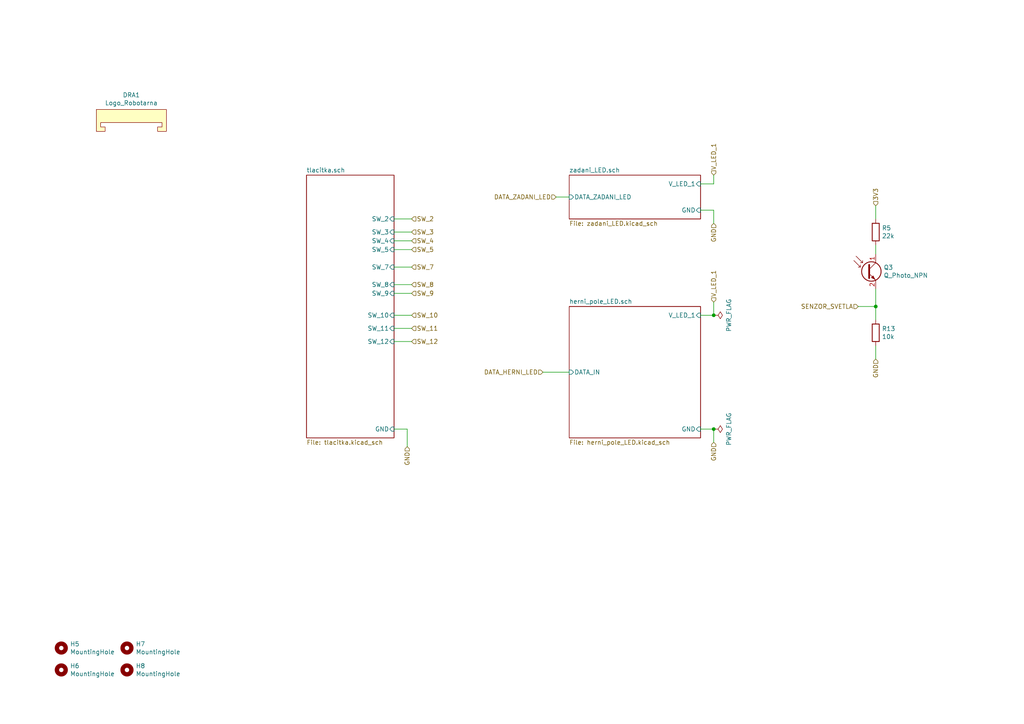
<source format=kicad_sch>
(kicad_sch (version 20211123) (generator eeschema)
  (paper "A4")
  (lib_symbols
    (symbol "Device:Q_Photo_NPN" (pin_names (offset 0) hide)
      (property "Reference" "Q" (at 5.08 1.27 0))
      (property "Value" "Q_Photo_NPN" (at 5.08 -1.27 0))
      (symbol "Q_Photo_NPN_0_1"
        (polyline (pts (xy -1.905 1.27) (xy -2.54 1.27)))
        (polyline (pts (xy -1.27 2.54) (xy -1.905 2.54)))
        (polyline (pts (xy 0.635 0.635) (xy 2.54 2.54)))
        (polyline (pts (xy -3.81 3.175) (xy -1.905 1.27) (xy -1.905 1.905)))
        (polyline (pts (xy -3.175 4.445) (xy -1.27 2.54) (xy -1.27 3.175)))
        (polyline (pts (xy 0.635 -0.635) (xy 2.54 -2.54) (xy 2.54 -2.54)))
        (polyline (pts (xy 0.635 1.905) (xy 0.635 -1.905) (xy 0.635 -1.905)) (stroke (width 0.508)))
        (polyline (pts (xy 1.27 -1.778) (xy 1.778 -1.27) (xy 2.286 -2.286) (xy 1.27 -1.778) (xy 1.27 -1.778)) (fill (type outline)))
        (circle (center 1.27 0) (radius 2.8194) (stroke (width 0.254)))
      )
      (symbol "Q_Photo_NPN_1_1"
        (pin passive line (at 2.54 5.08 270) (length 2.54) (name "C") (number "1"))
        (pin passive line (at 2.54 -5.08 90) (length 2.54) (name "E") (number "2"))
      )
    )
    (symbol "Device:R" (pin_numbers hide) (pin_names (offset 0))
      (property "Reference" "R" (at 2.032 0 90))
      (property "Value" "R" (at 0 0 90))
      (symbol "R_0_1"
        (rectangle (start -1.016 -2.54) (end 1.016 2.54) (stroke (width 0.254)))
      )
      (symbol "R_1_1"
        (pin passive line (at 0 3.81 270) (length 1.27) (name "~") (number "1"))
        (pin passive line (at 0 -3.81 90) (length 1.27) (name "~") (number "2"))
      )
    )
    (symbol "Mechanical:DIN_Rail_Adapter"
      (property "Reference" "DRA" (at 0 6.35 0))
      (property "Value" "DIN_Rail_Adapter" (at 0 3.81 0))
      (symbol "DIN_Rail_Adapter_0_1"
        (polyline (pts (xy 10.16 2.54) (xy -10.16 2.54) (xy -10.16 -3.81) (xy -7.62 -3.81) (xy -7.62 -2.54) (xy -8.89 -2.54) (xy -8.89 -1.27) (xy 8.89 -1.27) (xy 8.89 -2.54) (xy 7.62 -2.54) (xy 7.62 -3.81) (xy 10.16 -3.81) (xy 10.16 2.54) (xy -10.16 2.54)) (fill (type background)))
      )
    )
    (symbol "Mechanical:MountingHole" (pin_names (offset 1.016))
      (property "Reference" "H" (at 0 5.08 0))
      (property "Value" "MountingHole" (at 0 3.175 0))
      (symbol "MountingHole_0_1"
        (circle (center 0 0) (radius 1.27) (stroke (width 1.27)))
      )
    )
    (symbol "power:PWR_FLAG" (power) (pin_numbers hide) (pin_names (offset 0) hide)
      (property "Value" "PWR_FLAG" (at 0 3.81 0))
      (symbol "PWR_FLAG_0_0"
        (pin power_out line (at 0 0 90) (length 0) (name "pwr") (number "1"))
      )
      (symbol "PWR_FLAG_0_1"
        (polyline (pts (xy 0 0) (xy 0 1.27) (xy -1.016 1.905) (xy 0 2.54) (xy 1.016 1.905) (xy 0 1.27)))
      )
    )
  )
  (junction (at 207.01 91.44))
  (junction (at 207.01 124.46))
  (junction (at 254 88.9))
  (wire (pts (xy 207.01 87.63) (xy 207.01 91.44)))
  (wire (pts (xy 254 92.71) (xy 254 88.9)))
  (wire (pts (xy 114.3 67.31) (xy 119.38 67.31)))
  (wire (pts (xy 119.38 82.55) (xy 114.3 82.55)))
  (wire (pts (xy 114.3 91.44) (xy 119.38 91.44)))
  (wire (pts (xy 254 104.14) (xy 254 100.33)))
  (wire (pts (xy 207.01 53.34) (xy 203.2 53.34)))
  (wire (pts (xy 207.01 50.8) (xy 207.01 53.34)))
  (wire (pts (xy 114.3 85.09) (xy 119.38 85.09)))
  (wire (pts (xy 157.48 107.95) (xy 165.1 107.95)))
  (wire (pts (xy 119.38 95.25) (xy 114.3 95.25)))
  (wire (pts (xy 114.3 124.46) (xy 118.11 124.46)))
  (wire (pts (xy 203.2 124.46) (xy 207.01 124.46)))
  (wire (pts (xy 119.38 99.06) (xy 114.3 99.06)))
  (wire (pts (xy 254 71.12) (xy 254 73.66)))
  (wire (pts (xy 207.01 91.44) (xy 203.2 91.44)))
  (wire (pts (xy 254 59.69) (xy 254 63.5)))
  (wire (pts (xy 207.01 60.96) (xy 203.2 60.96)))
  (wire (pts (xy 161.29 57.15) (xy 165.1 57.15)))
  (wire (pts (xy 254 88.9) (xy 254 83.82)))
  (wire (pts (xy 114.3 77.47) (xy 119.38 77.47)))
  (wire (pts (xy 118.11 129.54) (xy 118.11 124.46)))
  (wire (pts (xy 119.38 72.39) (xy 114.3 72.39)))
  (wire (pts (xy 207.01 60.96) (xy 207.01 64.77)))
  (wire (pts (xy 248.92 88.9) (xy 254 88.9)))
  (wire (pts (xy 207.01 124.46) (xy 207.01 128.27)))
  (wire (pts (xy 114.3 69.85) (xy 119.38 69.85)))
  (wire (pts (xy 114.3 63.5) (xy 119.38 63.5)))
  (hierarchical_label "GND" (shape input) (at 118.11 129.54 270))
  (hierarchical_label "SW_5" (shape input) (at 119.38 72.39 0))
  (hierarchical_label "SW_2" (shape input) (at 119.38 63.5 0))
  (hierarchical_label "GND" (shape input) (at 207.01 64.77 270))
  (hierarchical_label "SW_12" (shape input) (at 119.38 99.06 0))
  (hierarchical_label "SW_9" (shape input) (at 119.38 85.09 0))
  (hierarchical_label "SENZOR_SVETLA" (shape input) (at 248.92 88.9 180))
  (hierarchical_label "SW_3" (shape input) (at 119.38 67.31 0))
  (hierarchical_label "SW_4" (shape input) (at 119.38 69.85 0))
  (hierarchical_label "SW_11" (shape input) (at 119.38 95.25 0))
  (hierarchical_label "3V3" (shape input) (at 254 59.69 90))
  (hierarchical_label "SW_10" (shape input) (at 119.38 91.44 0))
  (hierarchical_label "GND" (shape input) (at 207.01 128.27 270))
  (hierarchical_label "SW_8" (shape input) (at 119.38 82.55 0))
  (hierarchical_label "V_LED_1" (shape input) (at 207.01 87.63 90))
  (hierarchical_label "GND" (shape input) (at 254 104.14 270))
  (hierarchical_label "SW_7" (shape input) (at 119.38 77.47 0))
  (hierarchical_label "V_LED_1" (shape input) (at 207.01 50.8 90))
  (hierarchical_label "DATA_ZADANI_LED" (shape input) (at 161.29 57.15 180))
  (hierarchical_label "DATA_HERNI_LED" (shape input) (at 157.48 107.95 180))
  (symbol (lib_id "Device:Q_Photo_NPN") (at 251.46 78.74 0) (unit 1)
    (property "Reference" "Q3" (at 256.286 77.5716 0) (effects (justify left)))
    (property "Value" "Q_Photo_NPN" (at 256.286 79.883 0) (effects (justify left)))
    (property "Footprint" "my_library:SMD,3.5x2.8x1.9mm" (effects hide))
    (property "Datasheet" "https://datasheet.lcsc.com/lcsc/1809172049_Senba-Sensing-Tech-SMD3528C-50_C250859.pdf" (effects hide))
    (property "JLCPCB_CORRECTION" "0;0;0" (effects hide))
    (property "LCSC" "C250859" (effects hide))
  )
  (symbol (lib_id "Device:R") (at 254 96.52 0) (unit 1)
    (property "Reference" "R13" (at 255.778 95.3516 0) (effects (justify left)))
    (property "Value" "10k" (at 255.778 97.663 0) (effects (justify left)))
    (property "Footprint" "Resistor_SMD:R_0402_1005Metric" (effects hide))
    (property "JLCPCB_CORRECTION" "0;0;0" (effects hide))
    (property "LCSC" "C25744" (effects hide))
  )
  (symbol (lib_id "Device:R") (at 254 67.31 0) (unit 1)
    (property "Reference" "R5" (at 255.778 66.1416 0) (effects (justify left)))
    (property "Value" "22k" (at 255.778 68.453 0) (effects (justify left)))
    (property "Footprint" "Resistor_SMD:R_0402_1005Metric" (effects hide))
    (property "JLCPCB_CORRECTION" "0;0;0" (effects hide))
    (property "LCSC" "C25768" (effects hide))
  )
  (symbol (lib_id "Mechanical:MountingHole") (at 17.78 194.31 0) (unit 1)
    (property "Reference" "H6" (at 20.32 193.1416 0) (effects (justify left)))
    (property "Value" "MountingHole" (at 20.32 195.453 0) (effects (justify left)))
    (property "Footprint" "MountingHole:MountingHole_3.2mm_M3_DIN965_Pad" (effects hide))
    (property "JLCPCB_CORRECTION" "0;0;0" (effects hide))
    (property "LCSC" "-" (effects hide))
  )
  (symbol (lib_id "Mechanical:MountingHole") (at 17.78 187.96 0) (unit 1)
    (property "Reference" "H5" (at 20.32 186.7916 0) (effects (justify left)))
    (property "Value" "MountingHole" (at 20.32 189.103 0) (effects (justify left)))
    (property "Footprint" "MountingHole:MountingHole_3.2mm_M3_DIN965_Pad" (effects hide))
    (property "JLCPCB_CORRECTION" "0;0;0" (effects hide))
    (property "LCSC" "-" (effects hide))
  )
  (symbol (lib_id "Mechanical:MountingHole") (at 36.83 194.31 0) (unit 1)
    (property "Reference" "H8" (at 39.37 193.1416 0) (effects (justify left)))
    (property "Value" "MountingHole" (at 39.37 195.453 0) (effects (justify left)))
    (property "Footprint" "MountingHole:MountingHole_3.2mm_M3_DIN965_Pad" (effects hide))
    (property "JLCPCB_CORRECTION" "0;0;0" (effects hide))
    (property "LCSC" "-" (effects hide))
  )
  (symbol (lib_id "Mechanical:MountingHole") (at 36.83 187.96 0) (unit 1)
    (property "Reference" "H7" (at 39.37 186.7916 0) (effects (justify left)))
    (property "Value" "MountingHole" (at 39.37 189.103 0) (effects (justify left)))
    (property "Footprint" "MountingHole:MountingHole_3.2mm_M3_DIN965_Pad" (effects hide))
    (property "JLCPCB_CORRECTION" "0;0;0" (effects hide))
    (property "LCSC" "-" (effects hide))
  )
  (symbol (lib_id "Mechanical:DIN_Rail_Adapter") (at 38.1 34.29 0) (unit 1)
    (property "Reference" "DRA1" (at 38.1 27.559 0))
    (property "Value" "Logo_Robotarna" (at 38.1 29.8704 0))
    (property "Footprint" "my_library:RobotarnaLogo-6mm" (effects hide))
    (property "LCSC" "-" (effects hide))
    (property "JLCPCB_CORRECTION" "0;0;0" (effects hide))
  )
  (symbol (lib_id "power:PWR_FLAG") (at 207.01 91.44 270) (mirror x) (unit 1)
    (property "Reference" "#FLG0103" (effects hide))
    (property "Value" "PWR_FLAG" (at 211.4042 91.44 0))
  )
  (symbol (lib_id "power:PWR_FLAG") (at 207.01 124.46 270) (mirror x) (unit 1)
    (property "Reference" "#FLG0105" (effects hide))
    (property "Value" "PWR_FLAG" (at 211.4042 124.46 0))
  )
  (sheet (at 165.1 50.8) (size 38.1 12.7)
    (property "Sheet name" "zadani_LED.sch" (at 165.1 50.0884 0) (effects (justify left bottom)))
    (property "Sheet file" "zadani_LED.kicad_sch" (at 165.1 64.0846 0) (effects (justify left top)))
    (pin "V_LED_1" input (at 203.2 53.34 0))
    (pin "GND" input (at 203.2 60.96 0))
    (pin "DATA_ZADANI_LED" input (at 165.1 57.15 180))
  )
  (sheet (at 88.9 50.8) (size 25.4 76.2)
    (property "Sheet name" "tlacitka.sch" (at 88.9 50.0884 0) (effects (justify left bottom)))
    (property "Sheet file" "tlacitka.kicad_sch" (at 88.9 127.5846 0) (effects (justify left top)))
    (pin "SW_11" input (at 114.3 95.25 0))
    (pin "SW_3" input (at 114.3 67.31 0))
    (pin "SW_5" input (at 114.3 72.39 0))
    (pin "SW_8" input (at 114.3 82.55 0))
    (pin "SW_9" input (at 114.3 85.09 0))
    (pin "SW_10" input (at 114.3 91.44 0))
    (pin "SW_2" input (at 114.3 63.5 0))
    (pin "GND" input (at 114.3 124.46 0))
    (pin "SW_4" input (at 114.3 69.85 0))
    (pin "SW_7" input (at 114.3 77.47 0))
    (pin "SW_12" input (at 114.3 99.06 0))
  )
  (sheet (at 165.1 88.9) (size 38.1 38.1)
    (property "Sheet name" "herni_pole_LED.sch" (at 165.1 88.1884 0) (effects (justify left bottom)))
    (property "Sheet file" "herni_pole_LED.kicad_sch" (at 165.1 127.5846 0) (effects (justify left top)))
    (pin "V_LED_1" input (at 203.2 91.44 0))
    (pin "DATA_IN" input (at 165.1 107.95 180))
    (pin "GND" input (at 203.2 124.46 0))
  )
)
</source>
